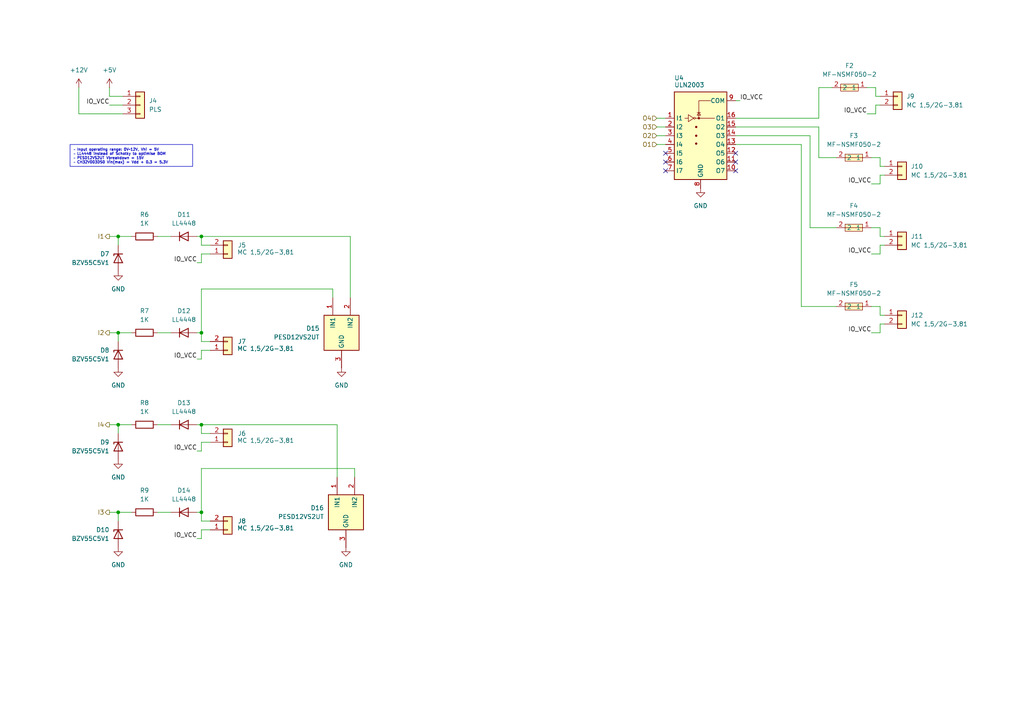
<source format=kicad_sch>
(kicad_sch (version 20250114) (generator "eeschema") (generator_version "9.0")
  (paper "A4")
  (title_block (title "LAM-4I4O – Input & Output") (date "2025-04-03") (rev "C") (company "B4CKSP4CE") (comment 1 "@heyflo") (comment 2 "CERN-OHL-S"))
  (lib_symbols
    (symbol "Connector_Generic:Conn_01x02" (pin_names (offset 1.016) (hide yes))
      (property "Reference" "J" (at 0 2.54 0))
      (property "Value" "Conn_01x02" (at 0 -5.08 0))
      (symbol "Conn_01x02_1_1"
        (rectangle (start -1.27 1.27) (end 1.27 -3.81) (stroke (width 0.254)) (fill (type background)))
        (rectangle (start -1.27 0.127) (end 0 -0.127) (stroke (width 0.1524)))
        (rectangle (start -1.27 -2.413) (end 0 -2.667) (stroke (width 0.1524)))
        (pin passive line (at -5.08 0 0) (length 3.81) (name "Pin_1") (number "1"))
        (pin passive line (at -5.08 -2.54 0) (length 3.81) (name "Pin_2") (number "2"))
      )
    )
    (symbol "Connector_Generic:Conn_01x03" (pin_names (offset 1.016) (hide yes))
      (property "Reference" "J" (at 0 5.08 0))
      (property "Value" "Conn_01x03" (at 0 -5.08 0))
      (symbol "Conn_01x03_1_1"
        (rectangle (start -1.27 3.81) (end 1.27 -3.81) (stroke (width 0.254)) (fill (type background)))
        (rectangle (start -1.27 2.667) (end 0 2.413) (stroke (width 0.1524)))
        (rectangle (start -1.27 0.127) (end 0 -0.127) (stroke (width 0.1524)))
        (rectangle (start -1.27 -2.413) (end 0 -2.667) (stroke (width 0.1524)))
        (pin passive line (at -5.08 2.54 0) (length 3.81) (name "Pin_1") (number "1"))
        (pin passive line (at -5.08 0 0) (length 3.81) (name "Pin_2") (number "2"))
        (pin passive line (at -5.08 -2.54 0) (length 3.81) (name "Pin_3") (number "3"))
      )
    )
    (symbol "Custom:MF-NSMF050-2"
      (property "Reference" "F" (at 0 5.08 0))
      (property "Value" "MF-NSMF050-2" (at 0 -5.08 0))
      (symbol "MF-NSMF050-2_0_1"
        (rectangle (start -2.54 1.02) (end 2.54 -1.02) (fill (type background)))
        (polyline (pts (xy -2.54 0) (xy 2.54 0)))
        (pin bidirectional line (at -5.08 0 0) (length 2.54) (name "1") (number "1"))
        (pin bidirectional line (at 5.08 0 180) (length 2.54) (name "2") (number "2"))
      )
    )
    (symbol "Custom:PESD12VS2UT"
      (property "Reference" "D" (at 5.08 8.636 0))
      (property "Value" "PESD12VS2UT" (at 5.08 6.096 0))
      (symbol "PESD12VS2UT_1_1"
        (rectangle (start 5.08 3.81) (end 15.24 -6.35) (stroke (width 0.254)) (fill (type background)))
        (pin passive line (at 0 1.27 0) (length 5.08) (name "IN1") (number "1"))
        (pin passive line (at 0 -3.81 0) (length 5.08) (name "IN2") (number "2"))
        (pin passive line (at 20.32 -1.27 180) (length 5.08) (name "GND") (number "3"))
      )
    )
    (symbol "Device:R" (pin_numbers (hide yes)) (pin_names (offset 0))
      (property "Reference" "R" (at 2.032 0 90))
      (property "Value" "R" (at 0 0 90))
      (symbol "R_0_1"
        (rectangle (start -1.016 -2.54) (end 1.016 2.54) (stroke (width 0.254)))
      )
      (symbol "R_1_1"
        (pin passive line (at 0 3.81 270) (length 1.27) (name "~") (number "1"))
        (pin passive line (at 0 -3.81 90) (length 1.27) (name "~") (number "2"))
      )
    )
    (symbol "Diode:BZV55C5V1" (pin_numbers (hide yes)) (pin_names (hide yes))
      (property "Reference" "D" (at 0 2.54 0))
      (property "Value" "BZV55C5V1" (at 0 -2.54 0))
      (symbol "BZV55C5V1_0_1"
        (polyline (pts (xy -1.27 -1.27) (xy -1.27 1.27) (xy -0.762 1.27)) (stroke (width 0.254)))
        (polyline (pts (xy 1.27 0) (xy -1.27 0)))
        (polyline (pts (xy 1.27 -1.27) (xy 1.27 1.27) (xy -1.27 0) (xy 1.27 -1.27)) (stroke (width 0.254)))
      )
      (symbol "BZV55C5V1_1_1"
        (pin passive line (at -3.81 0 0) (length 2.54) (name "K") (number "1"))
        (pin passive line (at 3.81 0 180) (length 2.54) (name "A") (number "2"))
      )
    )
    (symbol "Diode:LL4448" (pin_numbers (hide yes)) (pin_names (hide yes))
      (property "Reference" "D" (at 0 2.54 0))
      (property "Value" "LL4448" (at 0 -2.54 0))
      (symbol "LL4448_0_1"
        (polyline (pts (xy -1.27 1.27) (xy -1.27 -1.27)) (stroke (width 0.254)))
        (polyline (pts (xy 1.27 1.27) (xy 1.27 -1.27) (xy -1.27 0) (xy 1.27 1.27)) (stroke (width 0.254)))
        (polyline (pts (xy 1.27 0) (xy -1.27 0)))
      )
      (symbol "LL4448_1_1"
        (pin passive line (at -3.81 0 0) (length 2.54) (name "K") (number "1"))
        (pin passive line (at 3.81 0 180) (length 2.54) (name "A") (number "2"))
      )
    )
    (symbol "Transistor_Array:ULN2003"
      (property "Reference" "U" (at 0 15.875 0))
      (property "Value" "ULN2003" (at 0 13.97 0))
      (symbol "ULN2003_0_1"
        (rectangle (start -7.62 -12.7) (end 7.62 12.7) (stroke (width 0.254)) (fill (type background)))
        (polyline (pts (xy -4.572 5.08) (xy -3.556 5.08)))
        (polyline (pts (xy -3.556 6.096) (xy -3.556 4.064) (xy -2.032 5.08) (xy -3.556 6.096)))
        (circle (center -1.778 5.08) (radius 0.254))
        (polyline (pts (xy -1.524 5.08) (xy 4.064 5.08)))
        (circle (center -1.27 2.54) (radius 0.254) (fill (type outline)))
        (circle (center -1.27 0) (radius 0.254) (fill (type outline)))
        (circle (center -1.27 -2.286) (radius 0.254) (fill (type outline)))
        (circle (center -0.508 5.08) (radius 0.254) (fill (type outline)))
        (polyline (pts (xy -0.508 5.08) (xy -0.508 10.16) (xy 2.921 10.16)))
        (polyline (pts (xy 0 6.731) (xy -1.016 6.731)))
        (polyline (pts (xy 0 5.969) (xy -1.016 5.969) (xy -0.508 6.731) (xy 0 5.969)))
      )
      (symbol "ULN2003_1_1"
        (pin input line (at -10.16 5.08 0) (length 2.54) (name "I1") (number "1"))
        (pin input line (at -10.16 2.54 0) (length 2.54) (name "I2") (number "2"))
        (pin input line (at -10.16 0 0) (length 2.54) (name "I3") (number "3"))
        (pin input line (at -10.16 -2.54 0) (length 2.54) (name "I4") (number "4"))
        (pin input line (at -10.16 -5.08 0) (length 2.54) (name "I5") (number "5"))
        (pin input line (at -10.16 -7.62 0) (length 2.54) (name "I6") (number "6"))
        (pin input line (at -10.16 -10.16 0) (length 2.54) (name "I7") (number "7"))
        (pin power_in line (at 0 -15.24 90) (length 2.54) (name "GND") (number "8"))
        (pin passive line (at 10.16 10.16 180) (length 2.54) (name "COM") (number "9"))
        (pin open_collector line (at 10.16 5.08 180) (length 2.54) (name "O1") (number "16"))
        (pin open_collector line (at 10.16 2.54 180) (length 2.54) (name "O2") (number "15"))
        (pin open_collector line (at 10.16 0 180) (length 2.54) (name "O3") (number "14"))
        (pin open_collector line (at 10.16 -2.54 180) (length 2.54) (name "O4") (number "13"))
        (pin open_collector line (at 10.16 -5.08 180) (length 2.54) (name "O5") (number "12"))
        (pin open_collector line (at 10.16 -7.62 180) (length 2.54) (name "O6") (number "11"))
        (pin open_collector line (at 10.16 -10.16 180) (length 2.54) (name "O7") (number "10"))
      )
    )
    (symbol "power:+12V" (power) (pin_numbers (hide yes)) (pin_names (offset 0) (hide yes))
      (property "Value" "+12V" (at 0 3.556 0))
      (symbol "+12V_0_1"
        (polyline (pts (xy -0.762 1.27) (xy 0 2.54)))
        (polyline (pts (xy 0 2.54) (xy 0.762 1.27)))
        (polyline (pts (xy 0 0) (xy 0 2.54)))
      )
      (symbol "+12V_1_1"
        (pin power_in line (at 0 0 90) (length 0) (name "~") (number "1"))
      )
    )
    (symbol "power:+5V" (power) (pin_numbers (hide yes)) (pin_names (offset 0) (hide yes))
      (property "Value" "+5V" (at 0 3.556 0))
      (symbol "+5V_0_1"
        (polyline (pts (xy -0.762 1.27) (xy 0 2.54)))
        (polyline (pts (xy 0 2.54) (xy 0.762 1.27)))
        (polyline (pts (xy 0 0) (xy 0 2.54)))
      )
      (symbol "+5V_1_1"
        (pin power_in line (at 0 0 90) (length 0) (name "~") (number "1"))
      )
    )
    (symbol "power:GND" (power) (pin_numbers (hide yes)) (pin_names (offset 0) (hide yes))
      (property "Value" "GND" (at 0 -3.81 0))
      (symbol "GND_0_1"
        (polyline (pts (xy 0 0) (xy 0 -1.27) (xy 1.27 -1.27) (xy 0 -2.54) (xy -1.27 -1.27) (xy 0 -1.27)))
      )
      (symbol "GND_1_1"
        (pin power_in line (at 0 0 270) (length 0) (name "~") (number "1"))
      )
    )
  )
  (text_box "– Input operating range: 0V~12V, Vhi = 5V\n– LL4448 instead of Schotky to optimise BOM\n– PESD12VS2UT Vbreakdown = 15V\n– CH32V003DS0 Vin(max) = Vdd + 0.3 = 5.3V" (at 20.32 41.91 0) (size 35.56 6.35) (margins 0.9525 0.9525 0.9525 0.9525) (effects (font (size 0.762 0.762)) (justify left top)))
  (junction (at 58.42 123.19))
  (junction (at 58.42 68.58))
  (junction (at 58.42 148.59))
  (junction (at 34.29 96.52))
  (junction (at 58.42 96.52))
  (junction (at 34.29 68.58))
  (junction (at 34.29 148.59))
  (junction (at 34.29 123.19))
  (no_connect (at 193.04 49.53))
  (no_connect (at 193.04 46.99))
  (no_connect (at 213.36 49.53))
  (no_connect (at 193.04 44.45))
  (no_connect (at 213.36 46.99))
  (no_connect (at 213.36 44.45))
  (wire (pts (xy 255.27 96.52) (xy 252.73 96.52)))
  (wire (pts (xy 34.29 148.59) (xy 31.75 148.59)))
  (wire (pts (xy 60.96 153.67) (xy 58.42 153.67)))
  (wire (pts (xy 255.27 30.48) (xy 254 30.48)))
  (wire (pts (xy 38.1 68.58) (xy 34.29 68.58)))
  (wire (pts (xy 58.42 123.19) (xy 97.79 123.19)))
  (wire (pts (xy 58.42 83.82) (xy 96.52 83.82)))
  (wire (pts (xy 256.54 71.12) (xy 255.27 71.12)))
  (wire (pts (xy 34.29 68.58) (xy 31.75 68.58)))
  (wire (pts (xy 234.95 66.04) (xy 242.57 66.04)))
  (wire (pts (xy 255.27 73.66) (xy 252.73 73.66)))
  (wire (pts (xy 213.36 41.91) (xy 232.41 41.91)))
  (wire (pts (xy 237.49 25.4) (xy 237.49 34.29)))
  (wire (pts (xy 58.42 96.52) (xy 58.42 99.06)))
  (wire (pts (xy 254 25.4) (xy 251.46 25.4)))
  (wire (pts (xy 58.42 101.6) (xy 58.42 104.14)))
  (wire (pts (xy 254 33.02) (xy 251.46 33.02)))
  (wire (pts (xy 255.27 53.34) (xy 252.73 53.34)))
  (wire (pts (xy 255.27 48.26) (xy 256.54 48.26)))
  (wire (pts (xy 255.27 93.98) (xy 255.27 96.52)))
  (wire (pts (xy 58.42 123.19) (xy 58.42 125.73)))
  (wire (pts (xy 232.41 88.9) (xy 242.57 88.9)))
  (wire (pts (xy 237.49 34.29) (xy 213.36 34.29)))
  (wire (pts (xy 237.49 45.72) (xy 242.57 45.72)))
  (wire (pts (xy 31.75 25.4) (xy 31.75 27.94)))
  (wire (pts (xy 254 30.48) (xy 254 33.02)))
  (wire (pts (xy 58.42 96.52) (xy 57.15 96.52)))
  (wire (pts (xy 58.42 71.12) (xy 60.96 71.12)))
  (wire (pts (xy 190.5 41.91) (xy 193.04 41.91)))
  (wire (pts (xy 31.75 30.48) (xy 35.56 30.48)))
  (wire (pts (xy 190.5 34.29) (xy 193.04 34.29)))
  (wire (pts (xy 60.96 128.27) (xy 58.42 128.27)))
  (wire (pts (xy 58.42 123.19) (xy 57.15 123.19)))
  (wire (pts (xy 49.53 96.52) (xy 45.72 96.52)))
  (wire (pts (xy 213.36 29.21) (xy 214.63 29.21)))
  (wire (pts (xy 58.42 68.58) (xy 57.15 68.58)))
  (wire (pts (xy 256.54 93.98) (xy 255.27 93.98)))
  (wire (pts (xy 234.95 39.37) (xy 234.95 66.04)))
  (wire (pts (xy 58.42 104.14) (xy 57.15 104.14)))
  (wire (pts (xy 255.27 50.8) (xy 255.27 53.34)))
  (wire (pts (xy 255.27 88.9) (xy 252.73 88.9)))
  (wire (pts (xy 58.42 135.89) (xy 102.87 135.89)))
  (wire (pts (xy 34.29 96.52) (xy 34.29 99.06)))
  (wire (pts (xy 38.1 123.19) (xy 34.29 123.19)))
  (wire (pts (xy 58.42 130.81) (xy 57.15 130.81)))
  (wire (pts (xy 58.42 153.67) (xy 58.42 156.21)))
  (wire (pts (xy 58.42 148.59) (xy 58.42 151.13)))
  (wire (pts (xy 97.79 123.19) (xy 97.79 138.43)))
  (wire (pts (xy 58.42 96.52) (xy 58.42 83.82)))
  (wire (pts (xy 213.36 36.83) (xy 237.49 36.83)))
  (wire (pts (xy 22.86 33.02) (xy 22.86 25.4)))
  (wire (pts (xy 34.29 148.59) (xy 34.29 151.13)))
  (wire (pts (xy 213.36 39.37) (xy 234.95 39.37)))
  (wire (pts (xy 255.27 91.44) (xy 256.54 91.44)))
  (wire (pts (xy 255.27 68.58) (xy 256.54 68.58)))
  (wire (pts (xy 101.6 68.58) (xy 101.6 86.36)))
  (wire (pts (xy 60.96 101.6) (xy 58.42 101.6)))
  (wire (pts (xy 58.42 76.2) (xy 57.15 76.2)))
  (wire (pts (xy 58.42 148.59) (xy 58.42 135.89)))
  (wire (pts (xy 254 27.94) (xy 255.27 27.94)))
  (wire (pts (xy 34.29 123.19) (xy 34.29 125.73)))
  (wire (pts (xy 34.29 123.19) (xy 31.75 123.19)))
  (wire (pts (xy 58.42 156.21) (xy 57.15 156.21)))
  (wire (pts (xy 58.42 128.27) (xy 58.42 130.81)))
  (wire (pts (xy 58.42 125.73) (xy 60.96 125.73)))
  (wire (pts (xy 58.42 68.58) (xy 58.42 71.12)))
  (wire (pts (xy 255.27 71.12) (xy 255.27 73.66)))
  (wire (pts (xy 58.42 99.06) (xy 60.96 99.06)))
  (wire (pts (xy 96.52 83.82) (xy 96.52 86.36)))
  (wire (pts (xy 255.27 91.44) (xy 255.27 88.9)))
  (wire (pts (xy 255.27 48.26) (xy 255.27 45.72)))
  (wire (pts (xy 255.27 45.72) (xy 252.73 45.72)))
  (wire (pts (xy 102.87 135.89) (xy 102.87 138.43)))
  (wire (pts (xy 58.42 68.58) (xy 101.6 68.58)))
  (wire (pts (xy 34.29 68.58) (xy 34.29 71.12)))
  (wire (pts (xy 49.53 148.59) (xy 45.72 148.59)))
  (wire (pts (xy 255.27 66.04) (xy 252.73 66.04)))
  (wire (pts (xy 58.42 151.13) (xy 60.96 151.13)))
  (wire (pts (xy 255.27 68.58) (xy 255.27 66.04)))
  (wire (pts (xy 38.1 148.59) (xy 34.29 148.59)))
  (wire (pts (xy 60.96 73.66) (xy 58.42 73.66)))
  (wire (pts (xy 34.29 96.52) (xy 31.75 96.52)))
  (wire (pts (xy 49.53 123.19) (xy 45.72 123.19)))
  (wire (pts (xy 256.54 50.8) (xy 255.27 50.8)))
  (wire (pts (xy 58.42 73.66) (xy 58.42 76.2)))
  (wire (pts (xy 49.53 68.58) (xy 45.72 68.58)))
  (wire (pts (xy 237.49 36.83) (xy 237.49 45.72)))
  (wire (pts (xy 31.75 27.94) (xy 35.56 27.94)))
  (wire (pts (xy 237.49 25.4) (xy 241.3 25.4)))
  (wire (pts (xy 190.5 39.37) (xy 193.04 39.37)))
  (wire (pts (xy 190.5 36.83) (xy 193.04 36.83)))
  (wire (pts (xy 58.42 148.59) (xy 57.15 148.59)))
  (wire (pts (xy 35.56 33.02) (xy 22.86 33.02)))
  (wire (pts (xy 232.41 41.91) (xy 232.41 88.9)))
  (wire (pts (xy 38.1 96.52) (xy 34.29 96.52)))
  (wire (pts (xy 254 27.94) (xy 254 25.4)))
  (label "IO_VCC" (at 214.63 29.21 0))
  (label "IO_VCC" (at 57.15 156.21 180))
  (label "IO_VCC" (at 252.73 53.34 180))
  (label "IO_VCC" (at 57.15 104.14 180))
  (label "IO_VCC" (at 57.15 76.2 180))
  (label "IO_VCC" (at 251.46 33.02 180))
  (label "IO_VCC" (at 252.73 96.52 180))
  (label "IO_VCC" (at 31.75 30.48 180))
  (label "IO_VCC" (at 252.73 73.66 180))
  (label "IO_VCC" (at 57.15 130.81 180))
  (hierarchical_label "I1" (shape output) (at 31.75 68.58 180))
  (hierarchical_label "I3" (shape output) (at 31.75 148.59 180))
  (hierarchical_label "O4" (shape input) (at 190.5 34.29 180))
  (hierarchical_label "O3" (shape input) (at 190.5 36.83 180))
  (hierarchical_label "O1" (shape input) (at 190.5 41.91 180))
  (hierarchical_label "I4" (shape output) (at 31.75 123.19 180))
  (hierarchical_label "I2" (shape output) (at 31.75 96.52 180))
  (hierarchical_label "O2" (shape input) (at 190.5 39.37 180))
  (symbol (lib_id "Custom:MF-NSMF050-2") (at 247.65 66.04 0) (mirror y) (unit 1)
    (property "Reference" "F4" (at 247.65 59.69 0))
    (property "Value" "MF-NSMF050-2" (at 247.65 62.23 0))
    (property "Footprint" "Fuse:Fuse_1206_3216Metric" (effects (hide yes)))
    (property "Datasheet" "https://lcsc.com/product-detail/Surface-Mount-Fuses_BOURNS_MF-NSMF050-2_0-5A-13-2V-Self-healing-fuse_C75464.html" (effects (hide yes)))
    (property "Description" "13.2V 500mA 100A 1A 1206 Resettable Fuses ROHS" (effects (hide yes)))
    (property "LCSC Part" "C75464" (effects (hide yes)))
  )
  (symbol (lib_id "Connector_Generic:Conn_01x02") (at 66.04 73.66 0) (mirror x) (unit 1)
    (property "Reference" "J5" (at 71.374 71.12 0) (effects (justify right)))
    (property "Value" "MC 1,5/2G-3,81" (at 85.344 73.152 0) (effects (justify right)))
    (property "Footprint" "Connector_Phoenix_MC:PhoenixContact_MC_1,5_2-G-3.81_1x02_P3.81mm_Horizontal" (effects (hide yes)))
    (property "Description" "Generic connector, single row, 01x02, script generated (kicad-library-utils/schlib/autogen/connector/)" (effects (hide yes)))
  )
  (symbol (lib_id "Transistor_Array:ULN2003") (at 203.2 39.37 0) (unit 1)
    (property "Reference" "U4" (at 195.58 22.606 0) (effects (justify left)))
    (property "Value" "ULN2003" (at 195.5799 24.638 0) (effects (justify left)))
    (property "Footprint" "Package_SO:SOIC-16_3.9x9.9mm_P1.27mm" (effects (hide yes)))
    (property "Datasheet" "http://www.ti.com/lit/ds/symlink/uln2003a.pdf" (effects (hide yes)))
    (property "Description" "High Voltage, High Current Darlington Transistor Arrays, SOIC16/SOIC16W/DIP16/TSSOP16" (effects (hide yes)))
  )
  (symbol (lib_id "Custom:PESD12VS2UT") (at 97.79 86.36 90) (mirror x) (unit 1)
    (property "Reference" "D15" (at 92.71 95.2499 90) (effects (justify left)))
    (property "Value" "PESD12VS2UT" (at 92.71 97.7899 90) (effects (justify left)))
    (property "Footprint" "Package_TO_SOT_SMD:SOT-23" (effects (hide yes)))
    (property "Datasheet" "https://assets.nexperia.com/documents/data-sheet/PESDXS2UT_SERIES.pdf" (effects (hide yes)))
    (property "Description" "Dual Uni-Directional TVS, 12V Operational, 15V Breakdown, 180W" (effects (hide yes)))
    (property "Height" "1.1" (effects (hide yes)))
    (property "Mouser Part Number" "771-PESD15VS2UT-T/R" (effects (hide yes)))
    (property "Mouser Price/Stock" "https://www.mouser.co.uk/ProductDetail/Nexperia/PESD15VS2UT215?qs=LOCUfHb8d9u9Mp9X1kxKXg%3D%3D" (effects (hide yes)))
    (property "Manufacturer_Name" "Nexperia" (effects (hide yes)))
    (property "Manufacturer_Part_Number" "PESD15VS2UT,215" (effects (hide yes)))
  )
  (symbol (lib_id "Custom:MF-NSMF050-2") (at 247.65 45.72 0) (mirror y) (unit 1)
    (property "Reference" "F3" (at 247.65 39.37 0))
    (property "Value" "MF-NSMF050-2" (at 247.65 41.91 0))
    (property "Footprint" "Fuse:Fuse_1206_3216Metric" (effects (hide yes)))
    (property "Datasheet" "https://lcsc.com/product-detail/Surface-Mount-Fuses_BOURNS_MF-NSMF050-2_0-5A-13-2V-Self-healing-fuse_C75464.html" (effects (hide yes)))
    (property "Description" "13.2V 500mA 100A 1A 1206 Resettable Fuses ROHS" (effects (hide yes)))
    (property "LCSC Part" "C75464" (effects (hide yes)))
  )
  (symbol (lib_id "power:GND") (at 34.29 78.74 0) (mirror y) (unit 1)
    (property "Reference" "#PWR019" (effects (hide yes)))
    (property "Value" "GND" (at 34.29 83.82 0))
    (property "Description" "Power symbol creates a global label with name \"GND\" , ground" (effects (hide yes)))
  )
  (symbol (lib_id "Connector_Generic:Conn_01x02") (at 261.62 68.58 0) (unit 1)
    (property "Reference" "J11" (at 264.16 68.5799 0) (effects (justify left)))
    (property "Value" "MC 1,5/2G-3,81" (at 264.16 71.1199 0) (effects (justify left)))
    (property "Footprint" "Connector_Phoenix_MC:PhoenixContact_MC_1,5_2-G-3.81_1x02_P3.81mm_Horizontal" (effects (hide yes)))
    (property "Description" "Generic connector, single row, 01x02, script generated (kicad-library-utils/schlib/autogen/connector/)" (effects (hide yes)))
  )
  (symbol (lib_id "Connector_Generic:Conn_01x02") (at 66.04 101.6 0) (mirror x) (unit 1)
    (property "Reference" "J7" (at 71.374 99.06 0) (effects (justify right)))
    (property "Value" "MC 1,5/2G-3,81" (at 85.344 101.092 0) (effects (justify right)))
    (property "Footprint" "Connector_Phoenix_MC:PhoenixContact_MC_1,5_2-G-3.81_1x02_P3.81mm_Horizontal" (effects (hide yes)))
    (property "Description" "Generic connector, single row, 01x02, script generated (kicad-library-utils/schlib/autogen/connector/)" (effects (hide yes)))
  )
  (symbol (lib_id "Connector_Generic:Conn_01x02") (at 66.04 153.67 0) (mirror x) (unit 1)
    (property "Reference" "J8" (at 71.374 151.13 0) (effects (justify right)))
    (property "Value" "MC 1,5/2G-3,81" (at 85.344 153.162 0) (effects (justify right)))
    (property "Footprint" "Connector_Phoenix_MC:PhoenixContact_MC_1,5_2-G-3.81_1x02_P3.81mm_Horizontal" (effects (hide yes)))
    (property "Description" "Generic connector, single row, 01x02, script generated (kicad-library-utils/schlib/autogen/connector/)" (effects (hide yes)))
  )
  (symbol (lib_id "Diode:BZV55C5V1") (at 34.29 74.93 90) (mirror x) (unit 1)
    (property "Reference" "D7" (at 31.75 73.6599 90) (effects (justify left)))
    (property "Value" "BZV55C5V1" (at 31.75 76.1999 90) (effects (justify left)))
    (property "Footprint" "Diode_SMD:D_MiniMELF" (effects (hide yes)))
    (property "Datasheet" "https://assets.nexperia.com/documents/data-sheet/BZV55_SER.pdf" (effects (hide yes)))
    (property "Description" "5.1V, 500mW, 5%, Zener diode, MiniMELF" (effects (hide yes)))
  )
  (symbol (lib_id "Custom:MF-NSMF050-2") (at 246.38 25.4 0) (mirror y) (unit 1)
    (property "Reference" "F2" (at 246.38 19.05 0))
    (property "Value" "MF-NSMF050-2" (at 246.38 21.59 0))
    (property "Footprint" "Fuse:Fuse_1206_3216Metric" (effects (hide yes)))
    (property "Datasheet" "https://lcsc.com/product-detail/Surface-Mount-Fuses_BOURNS_MF-NSMF050-2_0-5A-13-2V-Self-healing-fuse_C75464.html" (effects (hide yes)))
    (property "Description" "13.2V 500mA 100A 1A 1206 Resettable Fuses ROHS" (effects (hide yes)))
    (property "LCSC Part" "C75464" (effects (hide yes)))
  )
  (symbol (lib_id "Diode:BZV55C5V1") (at 34.29 154.94 90) (mirror x) (unit 1)
    (property "Reference" "D10" (at 31.75 153.6699 90) (effects (justify left)))
    (property "Value" "BZV55C5V1" (at 31.75 156.2099 90) (effects (justify left)))
    (property "Footprint" "Diode_SMD:D_MiniMELF" (effects (hide yes)))
    (property "Datasheet" "https://assets.nexperia.com/documents/data-sheet/BZV55_SER.pdf" (effects (hide yes)))
    (property "Description" "5.1V, 500mW, 5%, Zener diode, MiniMELF" (effects (hide yes)))
  )
  (symbol (lib_id "power:+12V") (at 22.86 25.4 0) (unit 1)
    (property "Reference" "#PWR017" (effects (hide yes)))
    (property "Value" "+12V" (at 22.86 20.32 0))
    (property "Description" "Power symbol creates a global label with name \"+12V\"" (effects (hide yes)))
  )
  (symbol (lib_id "Connector_Generic:Conn_01x03") (at 40.64 30.48 0) (unit 1)
    (property "Reference" "J4" (at 43.18 29.2099 0) (effects (justify left)))
    (property "Value" "PLS" (at 43.18 31.7499 0) (effects (justify left)))
    (property "Footprint" "Connector_PinHeader_2.54mm:PinHeader_1x03_P2.54mm_Vertical" (effects (hide yes)))
    (property "Description" "Generic connector, single row, 01x03, script generated (kicad-library-utils/schlib/autogen/connector/)" (effects (hide yes)))
  )
  (symbol (lib_id "Diode:BZV55C5V1") (at 34.29 129.54 90) (mirror x) (unit 1)
    (property "Reference" "D9" (at 31.75 128.2699 90) (effects (justify left)))
    (property "Value" "BZV55C5V1" (at 31.75 130.8099 90) (effects (justify left)))
    (property "Footprint" "Diode_SMD:D_MiniMELF" (effects (hide yes)))
    (property "Datasheet" "https://assets.nexperia.com/documents/data-sheet/BZV55_SER.pdf" (effects (hide yes)))
    (property "Description" "5.1V, 500mW, 5%, Zener diode, MiniMELF" (effects (hide yes)))
  )
  (symbol (lib_id "power:GND") (at 99.06 106.68 0) (mirror y) (unit 1)
    (property "Reference" "#PWR028" (effects (hide yes)))
    (property "Value" "GND" (at 99.06 111.76 0))
    (property "Description" "Power symbol creates a global label with name \"GND\" , ground" (effects (hide yes)))
  )
  (symbol (lib_id "power:GND") (at 34.29 158.75 0) (mirror y) (unit 1)
    (property "Reference" "#PWR022" (effects (hide yes)))
    (property "Value" "GND" (at 34.29 163.83 0))
    (property "Description" "Power symbol creates a global label with name \"GND\" , ground" (effects (hide yes)))
  )
  (symbol (lib_id "Diode:LL4448") (at 53.34 68.58 0) (unit 1)
    (property "Reference" "D11" (at 53.34 62.23 0))
    (property "Value" "LL4448" (at 53.34 64.77 0))
    (property "Footprint" "Diode_SMD:D_MiniMELF" (effects (hide yes)))
    (property "Datasheet" "http://www.vishay.com/docs/85557/ll4148.pdf" (effects (hide yes)))
    (property "Description" "100V 0.15A standard switching diode, MiniMELF" (effects (hide yes)))
    (property "Sim.Device" "D" (effects (hide yes)))
    (property "Sim.Pins" "1=K 2=A" (effects (hide yes)))
  )
  (symbol (lib_id "Device:R") (at 41.91 68.58 90) (mirror x) (unit 1)
    (property "Reference" "R6" (at 41.91 62.23 90))
    (property "Value" "1K" (at 41.91 64.77 90))
    (property "Footprint" "Resistor_SMD:R_0805_2012Metric" (effects (hide yes)))
    (property "Description" "Resistor" (effects (hide yes)))
  )
  (symbol (lib_id "Connector_Generic:Conn_01x02") (at 261.62 48.26 0) (unit 1)
    (property "Reference" "J10" (at 264.16 48.2599 0) (effects (justify left)))
    (property "Value" "MC 1,5/2G-3,81" (at 264.16 50.7999 0) (effects (justify left)))
    (property "Footprint" "Connector_Phoenix_MC:PhoenixContact_MC_1,5_2-G-3.81_1x02_P3.81mm_Horizontal" (effects (hide yes)))
    (property "Description" "Generic connector, single row, 01x02, script generated (kicad-library-utils/schlib/autogen/connector/)" (effects (hide yes)))
  )
  (symbol (lib_id "power:+5V") (at 31.75 25.4 0) (unit 1)
    (property "Reference" "#PWR018" (effects (hide yes)))
    (property "Value" "+5V" (at 31.75 20.32 0))
    (property "Description" "Power symbol creates a global label with name \"+5V\"" (effects (hide yes)))
  )
  (symbol (lib_id "power:GND") (at 203.2 54.61 0) (unit 1)
    (property "Reference" "#PWR023" (effects (hide yes)))
    (property "Value" "GND" (at 203.2 59.69 0))
    (property "Description" "Power symbol creates a global label with name \"GND\" , ground" (effects (hide yes)))
  )
  (symbol (lib_id "Device:R") (at 41.91 96.52 90) (mirror x) (unit 1)
    (property "Reference" "R7" (at 41.91 90.17 90))
    (property "Value" "1K" (at 41.91 92.71 90))
    (property "Footprint" "Resistor_SMD:R_0805_2012Metric" (effects (hide yes)))
    (property "Description" "Resistor" (effects (hide yes)))
  )
  (symbol (lib_id "Connector_Generic:Conn_01x02") (at 66.04 128.27 0) (mirror x) (unit 1)
    (property "Reference" "J6" (at 71.374 125.73 0) (effects (justify right)))
    (property "Value" "MC 1,5/2G-3,81" (at 85.344 127.762 0) (effects (justify right)))
    (property "Footprint" "Connector_Phoenix_MC:PhoenixContact_MC_1,5_2-G-3.81_1x02_P3.81mm_Horizontal" (effects (hide yes)))
    (property "Description" "Generic connector, single row, 01x02, script generated (kicad-library-utils/schlib/autogen/connector/)" (effects (hide yes)))
  )
  (symbol (lib_id "power:GND") (at 34.29 133.35 0) (mirror y) (unit 1)
    (property "Reference" "#PWR021" (effects (hide yes)))
    (property "Value" "GND" (at 34.29 138.43 0))
    (property "Description" "Power symbol creates a global label with name \"GND\" , ground" (effects (hide yes)))
  )
  (symbol (lib_id "Device:R") (at 41.91 148.59 90) (mirror x) (unit 1)
    (property "Reference" "R9" (at 41.91 142.24 90))
    (property "Value" "1K" (at 41.91 144.78 90))
    (property "Footprint" "Resistor_SMD:R_0805_2012Metric" (effects (hide yes)))
    (property "Description" "Resistor" (effects (hide yes)))
  )
  (symbol (lib_id "Connector_Generic:Conn_01x02") (at 260.35 27.94 0) (unit 1)
    (property "Reference" "J9" (at 262.89 27.9399 0) (effects (justify left)))
    (property "Value" "MC 1,5/2G-3,81" (at 262.89 30.4799 0) (effects (justify left)))
    (property "Footprint" "Connector_Phoenix_MC:PhoenixContact_MC_1,5_2-G-3.81_1x02_P3.81mm_Horizontal" (effects (hide yes)))
    (property "Description" "Generic connector, single row, 01x02, script generated (kicad-library-utils/schlib/autogen/connector/)" (effects (hide yes)))
  )
  (symbol (lib_id "Custom:MF-NSMF050-2") (at 247.65 88.9 0) (mirror y) (unit 1)
    (property "Reference" "F5" (at 247.65 82.55 0))
    (property "Value" "MF-NSMF050-2" (at 247.65 85.09 0))
    (property "Footprint" "Fuse:Fuse_1206_3216Metric" (effects (hide yes)))
    (property "Datasheet" "https://lcsc.com/product-detail/Surface-Mount-Fuses_BOURNS_MF-NSMF050-2_0-5A-13-2V-Self-healing-fuse_C75464.html" (effects (hide yes)))
    (property "Description" "13.2V 500mA 100A 1A 1206 Resettable Fuses ROHS" (effects (hide yes)))
    (property "LCSC Part" "C75464" (effects (hide yes)))
  )
  (symbol (lib_id "Diode:LL4448") (at 53.34 96.52 0) (unit 1)
    (property "Reference" "D12" (at 53.34 90.17 0))
    (property "Value" "LL4448" (at 53.34 92.71 0))
    (property "Footprint" "Diode_SMD:D_MiniMELF" (effects (hide yes)))
    (property "Datasheet" "http://www.vishay.com/docs/85557/ll4148.pdf" (effects (hide yes)))
    (property "Description" "100V 0.15A standard switching diode, MiniMELF" (effects (hide yes)))
    (property "Sim.Device" "D" (effects (hide yes)))
    (property "Sim.Pins" "1=K 2=A" (effects (hide yes)))
  )
  (symbol (lib_id "Connector_Generic:Conn_01x02") (at 261.62 91.44 0) (unit 1)
    (property "Reference" "J12" (at 264.16 91.4399 0) (effects (justify left)))
    (property "Value" "MC 1,5/2G-3,81" (at 264.16 93.9799 0) (effects (justify left)))
    (property "Footprint" "Connector_Phoenix_MC:PhoenixContact_MC_1,5_2-G-3.81_1x02_P3.81mm_Horizontal" (effects (hide yes)))
    (property "Description" "Generic connector, single row, 01x02, script generated (kicad-library-utils/schlib/autogen/connector/)" (effects (hide yes)))
  )
  (symbol (lib_id "Device:R") (at 41.91 123.19 90) (mirror x) (unit 1)
    (property "Reference" "R8" (at 41.91 116.84 90))
    (property "Value" "1K" (at 41.91 119.38 90))
    (property "Footprint" "Resistor_SMD:R_0805_2012Metric" (effects (hide yes)))
    (property "Description" "Resistor" (effects (hide yes)))
  )
  (symbol (lib_id "power:GND") (at 100.33 158.75 0) (mirror y) (unit 1)
    (property "Reference" "#PWR026" (effects (hide yes)))
    (property "Value" "GND" (at 100.33 163.83 0))
    (property "Description" "Power symbol creates a global label with name \"GND\" , ground" (effects (hide yes)))
  )
  (symbol (lib_id "Diode:LL4448") (at 53.34 148.59 0) (unit 1)
    (property "Reference" "D14" (at 53.34 142.24 0))
    (property "Value" "LL4448" (at 53.34 144.78 0))
    (property "Footprint" "Diode_SMD:D_MiniMELF" (effects (hide yes)))
    (property "Datasheet" "http://www.vishay.com/docs/85557/ll4148.pdf" (effects (hide yes)))
    (property "Description" "100V 0.15A standard switching diode, MiniMELF" (effects (hide yes)))
    (property "Sim.Device" "D" (effects (hide yes)))
    (property "Sim.Pins" "1=K 2=A" (effects (hide yes)))
  )
  (symbol (lib_id "power:GND") (at 34.29 106.68 0) (mirror y) (unit 1)
    (property "Reference" "#PWR020" (effects (hide yes)))
    (property "Value" "GND" (at 34.29 111.76 0))
    (property "Description" "Power symbol creates a global label with name \"GND\" , ground" (effects (hide yes)))
  )
  (symbol (lib_id "Diode:BZV55C5V1") (at 34.29 102.87 90) (mirror x) (unit 1)
    (property "Reference" "D8" (at 31.75 101.5999 90) (effects (justify left)))
    (property "Value" "BZV55C5V1" (at 31.75 104.1399 90) (effects (justify left)))
    (property "Footprint" "Diode_SMD:D_MiniMELF" (effects (hide yes)))
    (property "Datasheet" "https://assets.nexperia.com/documents/data-sheet/BZV55_SER.pdf" (effects (hide yes)))
    (property "Description" "5.1V, 500mW, 5%, Zener diode, MiniMELF" (effects (hide yes)))
  )
  (symbol (lib_id "Custom:PESD12VS2UT") (at 99.06 138.43 90) (mirror x) (unit 1)
    (property "Reference" "D16" (at 93.98 147.3199 90) (effects (justify left)))
    (property "Value" "PESD12VS2UT" (at 93.98 149.8599 90) (effects (justify left)))
    (property "Footprint" "Package_TO_SOT_SMD:SOT-23" (effects (hide yes)))
    (property "Datasheet" "https://assets.nexperia.com/documents/data-sheet/PESDXS2UT_SERIES.pdf" (effects (hide yes)))
    (property "Description" "Dual Uni-Directional TVS, 12V Operational, 15V Breakdown, 180W" (effects (hide yes)))
    (property "Height" "1.1" (effects (hide yes)))
    (property "Mouser Part Number" "771-PESD15VS2UT-T/R" (effects (hide yes)))
    (property "Mouser Price/Stock" "https://www.mouser.co.uk/ProductDetail/Nexperia/PESD15VS2UT215?qs=LOCUfHb8d9u9Mp9X1kxKXg%3D%3D" (effects (hide yes)))
    (property "Manufacturer_Name" "Nexperia" (effects (hide yes)))
    (property "Manufacturer_Part_Number" "PESD15VS2UT,215" (effects (hide yes)))
  )
  (symbol (lib_id "Diode:LL4448") (at 53.34 123.19 0) (unit 1)
    (property "Reference" "D13" (at 53.34 116.84 0))
    (property "Value" "LL4448" (at 53.34 119.38 0))
    (property "Footprint" "Diode_SMD:D_MiniMELF" (effects (hide yes)))
    (property "Datasheet" "http://www.vishay.com/docs/85557/ll4148.pdf" (effects (hide yes)))
    (property "Description" "100V 0.15A standard switching diode, MiniMELF" (effects (hide yes)))
    (property "Sim.Device" "D" (effects (hide yes)))
    (property "Sim.Pins" "1=K 2=A" (effects (hide yes)))
  )
)
</source>
